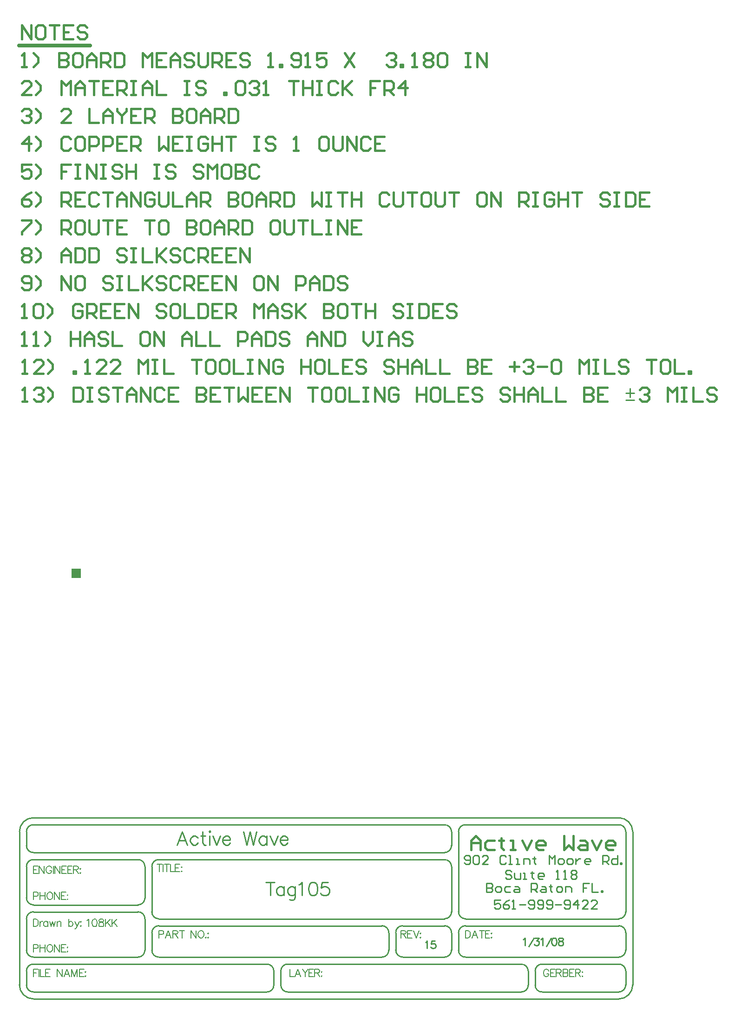
<source format=gbp>
%FSLAX24Y24*%
%MOIN*%
G70*
G01*
G75*
G04 Layer_Color=128*
%ADD10O,0.0240X0.0800*%
%ADD11R,0.0300X0.0300*%
%ADD12R,0.0360X0.0360*%
%ADD13R,0.0500X0.0360*%
%ADD14R,0.0360X0.0360*%
%ADD15R,0.0360X0.0500*%
%ADD16C,0.0400*%
%ADD17R,0.0200X0.0500*%
%ADD18R,0.0236X0.0236*%
%ADD19R,0.0300X0.0300*%
%ADD20R,0.0740X0.0450*%
%ADD21R,0.0748X0.0433*%
%ADD22O,0.0160X0.0600*%
%ADD23R,0.0236X0.1000*%
%ADD24R,0.0236X0.0900*%
%ADD25R,0.0700X0.0236*%
%ADD26R,0.0900X0.0236*%
%ADD27O,0.0160X0.0600*%
%ADD28R,0.0138X0.0354*%
%ADD29R,0.0250X0.0300*%
%ADD30R,0.0640X0.0440*%
%ADD31R,0.0492X0.1181*%
%ADD32R,0.1000X0.1000*%
%ADD33R,0.1000X0.1400*%
%ADD34R,0.1000X0.1300*%
%ADD35R,0.1000X0.1200*%
%ADD36R,0.0138X0.0354*%
%ADD37R,0.0100X0.0100*%
%ADD38R,0.2000X0.1000*%
%ADD39R,0.1600X0.1800*%
%ADD40C,0.0120*%
%ADD41C,0.0150*%
%ADD42C,0.0100*%
%ADD43C,0.0400*%
%ADD44C,0.0250*%
%ADD45C,0.0160*%
%ADD46C,0.0200*%
%ADD47C,0.0140*%
%ADD48C,0.0300*%
%ADD49C,0.0740*%
%ADD50C,0.0060*%
%ADD51C,0.0080*%
%ADD52C,0.0090*%
%ADD53C,0.0050*%
%ADD54R,0.0500X0.0500*%
%ADD55C,0.0700*%
%ADD56C,0.0620*%
%ADD57R,0.0620X0.0620*%
%ADD58C,0.1220*%
%ADD59C,0.1000*%
%ADD60C,0.1950*%
%ADD61C,0.0280*%
%ADD62R,0.0700X0.0700*%
D41*
X29335Y-7069D02*
Y-6403D01*
X29668Y-6069D01*
X30002Y-6403D01*
Y-7069D01*
Y-6569D01*
X29335D01*
X31001Y-6403D02*
X30502D01*
X30335Y-6569D01*
Y-6902D01*
X30502Y-7069D01*
X31001D01*
X31501Y-6236D02*
Y-6403D01*
X31335D01*
X31668D01*
X31501D01*
Y-6902D01*
X31668Y-7069D01*
X32168D02*
X32501D01*
X32334D01*
Y-6403D01*
X32168D01*
X33001D02*
X33334Y-7069D01*
X33667Y-6403D01*
X34500Y-7069D02*
X34167D01*
X34000Y-6902D01*
Y-6569D01*
X34167Y-6403D01*
X34500D01*
X34667Y-6569D01*
Y-6736D01*
X34000D01*
X36000Y-6069D02*
Y-7069D01*
X36333Y-6736D01*
X36666Y-7069D01*
Y-6069D01*
X37166Y-6403D02*
X37499D01*
X37666Y-6569D01*
Y-7069D01*
X37166D01*
X36999Y-6902D01*
X37166Y-6736D01*
X37666D01*
X37999Y-6403D02*
X38332Y-7069D01*
X38666Y-6403D01*
X39499Y-7069D02*
X39165D01*
X38999Y-6902D01*
Y-6569D01*
X39165Y-6403D01*
X39499D01*
X39665Y-6569D01*
Y-6736D01*
X38999D01*
X-2884Y25105D02*
X-2551D01*
X-2717D01*
Y26105D01*
X-2884Y25938D01*
X-2051D02*
X-1884Y26105D01*
X-1551D01*
X-1385Y25938D01*
Y25771D01*
X-1551Y25605D01*
X-1718D01*
X-1551D01*
X-1385Y25438D01*
Y25272D01*
X-1551Y25105D01*
X-1884D01*
X-2051Y25272D01*
X-1051Y25105D02*
X-718Y25438D01*
Y25771D01*
X-1051Y26105D01*
X781D02*
Y25105D01*
X1281D01*
X1448Y25272D01*
Y25938D01*
X1281Y26105D01*
X781D01*
X1781D02*
X2114D01*
X1948D01*
Y25105D01*
X1781D01*
X2114D01*
X3281Y25938D02*
X3114Y26105D01*
X2781D01*
X2614Y25938D01*
Y25771D01*
X2781Y25605D01*
X3114D01*
X3281Y25438D01*
Y25272D01*
X3114Y25105D01*
X2781D01*
X2614Y25272D01*
X3614Y26105D02*
X4280D01*
X3947D01*
Y25105D01*
X4614D02*
Y25771D01*
X4947Y26105D01*
X5280Y25771D01*
Y25105D01*
Y25605D01*
X4614D01*
X5613Y25105D02*
Y26105D01*
X6280Y25105D01*
Y26105D01*
X7279Y25938D02*
X7113Y26105D01*
X6780D01*
X6613Y25938D01*
Y25272D01*
X6780Y25105D01*
X7113D01*
X7279Y25272D01*
X8279Y26105D02*
X7613D01*
Y25105D01*
X8279D01*
X7613Y25605D02*
X7946D01*
X9612Y26105D02*
Y25105D01*
X10112D01*
X10278Y25272D01*
Y25438D01*
X10112Y25605D01*
X9612D01*
X10112D01*
X10278Y25771D01*
Y25938D01*
X10112Y26105D01*
X9612D01*
X11278D02*
X10612D01*
Y25105D01*
X11278D01*
X10612Y25605D02*
X10945D01*
X11611Y26105D02*
X12278D01*
X11945D01*
Y25105D01*
X12611Y26105D02*
Y25105D01*
X12944Y25438D01*
X13277Y25105D01*
Y26105D01*
X14277D02*
X13611D01*
Y25105D01*
X14277D01*
X13611Y25605D02*
X13944D01*
X15277Y26105D02*
X14610D01*
Y25105D01*
X15277D01*
X14610Y25605D02*
X14944D01*
X15610Y25105D02*
Y26105D01*
X16276Y25105D01*
Y26105D01*
X17609D02*
X18276D01*
X17943D01*
Y25105D01*
X19109Y26105D02*
X18776D01*
X18609Y25938D01*
Y25272D01*
X18776Y25105D01*
X19109D01*
X19275Y25272D01*
Y25938D01*
X19109Y26105D01*
X20109D02*
X19775D01*
X19609Y25938D01*
Y25272D01*
X19775Y25105D01*
X20109D01*
X20275Y25272D01*
Y25938D01*
X20109Y26105D01*
X20608D02*
Y25105D01*
X21275D01*
X21608Y26105D02*
X21941D01*
X21775D01*
Y25105D01*
X21608D01*
X21941D01*
X22441D02*
Y26105D01*
X23108Y25105D01*
Y26105D01*
X24107Y25938D02*
X23941Y26105D01*
X23607D01*
X23441Y25938D01*
Y25272D01*
X23607Y25105D01*
X23941D01*
X24107Y25272D01*
Y25605D01*
X23774D01*
X25440Y26105D02*
Y25105D01*
Y25605D01*
X26107D01*
Y26105D01*
Y25105D01*
X26940Y26105D02*
X26606D01*
X26440Y25938D01*
Y25272D01*
X26606Y25105D01*
X26940D01*
X27106Y25272D01*
Y25938D01*
X26940Y26105D01*
X27439D02*
Y25105D01*
X28106D01*
X29106Y26105D02*
X28439D01*
Y25105D01*
X29106D01*
X28439Y25605D02*
X28772D01*
X30105Y25938D02*
X29939Y26105D01*
X29605D01*
X29439Y25938D01*
Y25771D01*
X29605Y25605D01*
X29939D01*
X30105Y25438D01*
Y25272D01*
X29939Y25105D01*
X29605D01*
X29439Y25272D01*
X32105Y25938D02*
X31938Y26105D01*
X31605D01*
X31438Y25938D01*
Y25771D01*
X31605Y25605D01*
X31938D01*
X32105Y25438D01*
Y25272D01*
X31938Y25105D01*
X31605D01*
X31438Y25272D01*
X32438Y26105D02*
Y25105D01*
Y25605D01*
X33104D01*
Y26105D01*
Y25105D01*
X33438D02*
Y25771D01*
X33771Y26105D01*
X34104Y25771D01*
Y25105D01*
Y25605D01*
X33438D01*
X34437Y26105D02*
Y25105D01*
X35104D01*
X35437Y26105D02*
Y25105D01*
X36103D01*
X37436Y26105D02*
Y25105D01*
X37936D01*
X38103Y25272D01*
Y25438D01*
X37936Y25605D01*
X37436D01*
X37936D01*
X38103Y25771D01*
Y25938D01*
X37936Y26105D01*
X37436D01*
X39102D02*
X38436D01*
Y25105D01*
X39102D01*
X38436Y25605D02*
X38769D01*
X41435Y25938D02*
X41602Y26105D01*
X41935D01*
X42101Y25938D01*
Y25771D01*
X41935Y25605D01*
X41768D01*
X41935D01*
X42101Y25438D01*
Y25272D01*
X41935Y25105D01*
X41602D01*
X41435Y25272D01*
X43434Y25105D02*
Y26105D01*
X43768Y25771D01*
X44101Y26105D01*
Y25105D01*
X44434Y26105D02*
X44767D01*
X44601D01*
Y25105D01*
X44434D01*
X44767D01*
X45267Y26105D02*
Y25105D01*
X45934D01*
X46933Y25938D02*
X46767Y26105D01*
X46433D01*
X46267Y25938D01*
Y25771D01*
X46433Y25605D01*
X46767D01*
X46933Y25438D01*
Y25272D01*
X46767Y25105D01*
X46433D01*
X46267Y25272D01*
X-2894Y29085D02*
X-2561D01*
X-2727D01*
Y30085D01*
X-2894Y29918D01*
X-2061Y29085D02*
X-1728D01*
X-1894D01*
Y30085D01*
X-2061Y29918D01*
X-1228Y29085D02*
X-895Y29418D01*
Y29751D01*
X-1228Y30085D01*
X605D02*
Y29085D01*
Y29585D01*
X1271D01*
Y30085D01*
Y29085D01*
X1605D02*
Y29751D01*
X1938Y30085D01*
X2271Y29751D01*
Y29085D01*
Y29585D01*
X1605D01*
X3271Y29918D02*
X3104Y30085D01*
X2771D01*
X2604Y29918D01*
Y29751D01*
X2771Y29585D01*
X3104D01*
X3271Y29418D01*
Y29252D01*
X3104Y29085D01*
X2771D01*
X2604Y29252D01*
X3604Y30085D02*
Y29085D01*
X4270D01*
X6103Y30085D02*
X5770D01*
X5603Y29918D01*
Y29252D01*
X5770Y29085D01*
X6103D01*
X6270Y29252D01*
Y29918D01*
X6103Y30085D01*
X6603Y29085D02*
Y30085D01*
X7269Y29085D01*
Y30085D01*
X8602Y29085D02*
Y29751D01*
X8935Y30085D01*
X9269Y29751D01*
Y29085D01*
Y29585D01*
X8602D01*
X9602Y30085D02*
Y29085D01*
X10268D01*
X10602Y30085D02*
Y29085D01*
X11268D01*
X12601D02*
Y30085D01*
X13101D01*
X13267Y29918D01*
Y29585D01*
X13101Y29418D01*
X12601D01*
X13601Y29085D02*
Y29751D01*
X13934Y30085D01*
X14267Y29751D01*
Y29085D01*
Y29585D01*
X13601D01*
X14600Y30085D02*
Y29085D01*
X15100D01*
X15267Y29252D01*
Y29918D01*
X15100Y30085D01*
X14600D01*
X16266Y29918D02*
X16100Y30085D01*
X15767D01*
X15600Y29918D01*
Y29751D01*
X15767Y29585D01*
X16100D01*
X16266Y29418D01*
Y29252D01*
X16100Y29085D01*
X15767D01*
X15600Y29252D01*
X17599Y29085D02*
Y29751D01*
X17933Y30085D01*
X18266Y29751D01*
Y29085D01*
Y29585D01*
X17599D01*
X18599Y29085D02*
Y30085D01*
X19265Y29085D01*
Y30085D01*
X19599D02*
Y29085D01*
X20099D01*
X20265Y29252D01*
Y29918D01*
X20099Y30085D01*
X19599D01*
X21598D02*
Y29418D01*
X21931Y29085D01*
X22264Y29418D01*
Y30085D01*
X22598D02*
X22931D01*
X22764D01*
Y29085D01*
X22598D01*
X22931D01*
X23431D02*
Y29751D01*
X23764Y30085D01*
X24097Y29751D01*
Y29085D01*
Y29585D01*
X23431D01*
X25097Y29918D02*
X24930Y30085D01*
X24597D01*
X24430Y29918D01*
Y29751D01*
X24597Y29585D01*
X24930D01*
X25097Y29418D01*
Y29252D01*
X24930Y29085D01*
X24597D01*
X24430Y29252D01*
X-2228Y47085D02*
X-2894D01*
X-2228Y47751D01*
Y47918D01*
X-2394Y48085D01*
X-2727D01*
X-2894Y47918D01*
X-1894Y47085D02*
X-1561Y47418D01*
Y47751D01*
X-1894Y48085D01*
X-62Y47085D02*
Y48085D01*
X272Y47751D01*
X605Y48085D01*
Y47085D01*
X938D02*
Y47751D01*
X1271Y48085D01*
X1605Y47751D01*
Y47085D01*
Y47585D01*
X938D01*
X1938Y48085D02*
X2604D01*
X2271D01*
Y47085D01*
X3604Y48085D02*
X2937D01*
Y47085D01*
X3604D01*
X2937Y47585D02*
X3271D01*
X3937Y47085D02*
Y48085D01*
X4437D01*
X4604Y47918D01*
Y47585D01*
X4437Y47418D01*
X3937D01*
X4270D02*
X4604Y47085D01*
X4937Y48085D02*
X5270D01*
X5103D01*
Y47085D01*
X4937D01*
X5270D01*
X5770D02*
Y47751D01*
X6103Y48085D01*
X6436Y47751D01*
Y47085D01*
Y47585D01*
X5770D01*
X6769Y48085D02*
Y47085D01*
X7436D01*
X8769Y48085D02*
X9102D01*
X8935D01*
Y47085D01*
X8769D01*
X9102D01*
X10268Y47918D02*
X10102Y48085D01*
X9769D01*
X9602Y47918D01*
Y47751D01*
X9769Y47585D01*
X10102D01*
X10268Y47418D01*
Y47252D01*
X10102Y47085D01*
X9769D01*
X9602Y47252D01*
X11601Y47085D02*
Y47252D01*
X11768D01*
Y47085D01*
X11601D01*
X12434Y47918D02*
X12601Y48085D01*
X12934D01*
X13101Y47918D01*
Y47252D01*
X12934Y47085D01*
X12601D01*
X12434Y47252D01*
Y47918D01*
X13434D02*
X13601Y48085D01*
X13934D01*
X14100Y47918D01*
Y47751D01*
X13934Y47585D01*
X13767D01*
X13934D01*
X14100Y47418D01*
Y47252D01*
X13934Y47085D01*
X13601D01*
X13434Y47252D01*
X14434Y47085D02*
X14767D01*
X14600D01*
Y48085D01*
X14434Y47918D01*
X16266Y48085D02*
X16933D01*
X16600D01*
Y47085D01*
X17266Y48085D02*
Y47085D01*
Y47585D01*
X17933D01*
Y48085D01*
Y47085D01*
X18266Y48085D02*
X18599D01*
X18432D01*
Y47085D01*
X18266D01*
X18599D01*
X19765Y47918D02*
X19599Y48085D01*
X19265D01*
X19099Y47918D01*
Y47252D01*
X19265Y47085D01*
X19599D01*
X19765Y47252D01*
X20099Y48085D02*
Y47085D01*
Y47418D01*
X20765Y48085D01*
X20265Y47585D01*
X20765Y47085D01*
X22764Y48085D02*
X22098D01*
Y47585D01*
X22431D01*
X22098D01*
Y47085D01*
X23098D02*
Y48085D01*
X23597D01*
X23764Y47918D01*
Y47585D01*
X23597Y47418D01*
X23098D01*
X23431D02*
X23764Y47085D01*
X24597D02*
Y48085D01*
X24097Y47585D01*
X24764D01*
X-2894Y33252D02*
X-2727Y33085D01*
X-2394D01*
X-2228Y33252D01*
Y33918D01*
X-2394Y34085D01*
X-2727D01*
X-2894Y33918D01*
Y33751D01*
X-2727Y33585D01*
X-2228D01*
X-1894Y33085D02*
X-1561Y33418D01*
Y33751D01*
X-1894Y34085D01*
X-62Y33085D02*
Y34085D01*
X605Y33085D01*
Y34085D01*
X1438D02*
X1105D01*
X938Y33918D01*
Y33252D01*
X1105Y33085D01*
X1438D01*
X1605Y33252D01*
Y33918D01*
X1438Y34085D01*
X3604Y33918D02*
X3437Y34085D01*
X3104D01*
X2937Y33918D01*
Y33751D01*
X3104Y33585D01*
X3437D01*
X3604Y33418D01*
Y33252D01*
X3437Y33085D01*
X3104D01*
X2937Y33252D01*
X3937Y34085D02*
X4270D01*
X4104D01*
Y33085D01*
X3937D01*
X4270D01*
X4770Y34085D02*
Y33085D01*
X5437D01*
X5770Y34085D02*
Y33085D01*
Y33418D01*
X6436Y34085D01*
X5936Y33585D01*
X6436Y33085D01*
X7436Y33918D02*
X7269Y34085D01*
X6936D01*
X6769Y33918D01*
Y33751D01*
X6936Y33585D01*
X7269D01*
X7436Y33418D01*
Y33252D01*
X7269Y33085D01*
X6936D01*
X6769Y33252D01*
X8436Y33918D02*
X8269Y34085D01*
X7936D01*
X7769Y33918D01*
Y33252D01*
X7936Y33085D01*
X8269D01*
X8436Y33252D01*
X8769Y33085D02*
Y34085D01*
X9269D01*
X9435Y33918D01*
Y33585D01*
X9269Y33418D01*
X8769D01*
X9102D02*
X9435Y33085D01*
X10435Y34085D02*
X9769D01*
Y33085D01*
X10435D01*
X9769Y33585D02*
X10102D01*
X11435Y34085D02*
X10768D01*
Y33085D01*
X11435D01*
X10768Y33585D02*
X11101D01*
X11768Y33085D02*
Y34085D01*
X12434Y33085D01*
Y34085D01*
X14267D02*
X13934D01*
X13767Y33918D01*
Y33252D01*
X13934Y33085D01*
X14267D01*
X14434Y33252D01*
Y33918D01*
X14267Y34085D01*
X14767Y33085D02*
Y34085D01*
X15433Y33085D01*
Y34085D01*
X16766Y33085D02*
Y34085D01*
X17266D01*
X17433Y33918D01*
Y33585D01*
X17266Y33418D01*
X16766D01*
X17766Y33085D02*
Y33751D01*
X18099Y34085D01*
X18432Y33751D01*
Y33085D01*
Y33585D01*
X17766D01*
X18766Y34085D02*
Y33085D01*
X19265D01*
X19432Y33252D01*
Y33918D01*
X19265Y34085D01*
X18766D01*
X20432Y33918D02*
X20265Y34085D01*
X19932D01*
X19765Y33918D01*
Y33751D01*
X19932Y33585D01*
X20265D01*
X20432Y33418D01*
Y33252D01*
X20265Y33085D01*
X19932D01*
X19765Y33252D01*
X-2894Y35918D02*
X-2727Y36085D01*
X-2394D01*
X-2228Y35918D01*
Y35751D01*
X-2394Y35585D01*
X-2228Y35418D01*
Y35252D01*
X-2394Y35085D01*
X-2727D01*
X-2894Y35252D01*
Y35418D01*
X-2727Y35585D01*
X-2894Y35751D01*
Y35918D01*
X-2727Y35585D02*
X-2394D01*
X-1894Y35085D02*
X-1561Y35418D01*
Y35751D01*
X-1894Y36085D01*
X-62Y35085D02*
Y35751D01*
X272Y36085D01*
X605Y35751D01*
Y35085D01*
Y35585D01*
X-62D01*
X938Y36085D02*
Y35085D01*
X1438D01*
X1605Y35252D01*
Y35918D01*
X1438Y36085D01*
X938D01*
X1938D02*
Y35085D01*
X2438D01*
X2604Y35252D01*
Y35918D01*
X2438Y36085D01*
X1938D01*
X4604Y35918D02*
X4437Y36085D01*
X4104D01*
X3937Y35918D01*
Y35751D01*
X4104Y35585D01*
X4437D01*
X4604Y35418D01*
Y35252D01*
X4437Y35085D01*
X4104D01*
X3937Y35252D01*
X4937Y36085D02*
X5270D01*
X5103D01*
Y35085D01*
X4937D01*
X5270D01*
X5770Y36085D02*
Y35085D01*
X6436D01*
X6769Y36085D02*
Y35085D01*
Y35418D01*
X7436Y36085D01*
X6936Y35585D01*
X7436Y35085D01*
X8436Y35918D02*
X8269Y36085D01*
X7936D01*
X7769Y35918D01*
Y35751D01*
X7936Y35585D01*
X8269D01*
X8436Y35418D01*
Y35252D01*
X8269Y35085D01*
X7936D01*
X7769Y35252D01*
X9435Y35918D02*
X9269Y36085D01*
X8935D01*
X8769Y35918D01*
Y35252D01*
X8935Y35085D01*
X9269D01*
X9435Y35252D01*
X9769Y35085D02*
Y36085D01*
X10268D01*
X10435Y35918D01*
Y35585D01*
X10268Y35418D01*
X9769D01*
X10102D02*
X10435Y35085D01*
X11435Y36085D02*
X10768D01*
Y35085D01*
X11435D01*
X10768Y35585D02*
X11101D01*
X12434Y36085D02*
X11768D01*
Y35085D01*
X12434D01*
X11768Y35585D02*
X12101D01*
X12768Y35085D02*
Y36085D01*
X13434Y35085D01*
Y36085D01*
X-2894Y38085D02*
X-2228D01*
Y37918D01*
X-2894Y37252D01*
Y37085D01*
X-1894D02*
X-1561Y37418D01*
Y37751D01*
X-1894Y38085D01*
X-62Y37085D02*
Y38085D01*
X438D01*
X605Y37918D01*
Y37585D01*
X438Y37418D01*
X-62D01*
X272D02*
X605Y37085D01*
X1438Y38085D02*
X1105D01*
X938Y37918D01*
Y37252D01*
X1105Y37085D01*
X1438D01*
X1605Y37252D01*
Y37918D01*
X1438Y38085D01*
X1938D02*
Y37252D01*
X2104Y37085D01*
X2438D01*
X2604Y37252D01*
Y38085D01*
X2937D02*
X3604D01*
X3271D01*
Y37085D01*
X4604Y38085D02*
X3937D01*
Y37085D01*
X4604D01*
X3937Y37585D02*
X4270D01*
X5936Y38085D02*
X6603D01*
X6270D01*
Y37085D01*
X7436Y38085D02*
X7103D01*
X6936Y37918D01*
Y37252D01*
X7103Y37085D01*
X7436D01*
X7603Y37252D01*
Y37918D01*
X7436Y38085D01*
X8935D02*
Y37085D01*
X9435D01*
X9602Y37252D01*
Y37418D01*
X9435Y37585D01*
X8935D01*
X9435D01*
X9602Y37751D01*
Y37918D01*
X9435Y38085D01*
X8935D01*
X10435D02*
X10102D01*
X9935Y37918D01*
Y37252D01*
X10102Y37085D01*
X10435D01*
X10602Y37252D01*
Y37918D01*
X10435Y38085D01*
X10935Y37085D02*
Y37751D01*
X11268Y38085D01*
X11601Y37751D01*
Y37085D01*
Y37585D01*
X10935D01*
X11934Y37085D02*
Y38085D01*
X12434D01*
X12601Y37918D01*
Y37585D01*
X12434Y37418D01*
X11934D01*
X12268D02*
X12601Y37085D01*
X12934Y38085D02*
Y37085D01*
X13434D01*
X13601Y37252D01*
Y37918D01*
X13434Y38085D01*
X12934D01*
X15433D02*
X15100D01*
X14934Y37918D01*
Y37252D01*
X15100Y37085D01*
X15433D01*
X15600Y37252D01*
Y37918D01*
X15433Y38085D01*
X15933D02*
Y37252D01*
X16100Y37085D01*
X16433D01*
X16600Y37252D01*
Y38085D01*
X16933D02*
X17599D01*
X17266D01*
Y37085D01*
X17933Y38085D02*
Y37085D01*
X18599D01*
X18932Y38085D02*
X19265D01*
X19099D01*
Y37085D01*
X18932D01*
X19265D01*
X19765D02*
Y38085D01*
X20432Y37085D01*
Y38085D01*
X21431D02*
X20765D01*
Y37085D01*
X21431D01*
X20765Y37585D02*
X21098D01*
X-2228Y40085D02*
X-2561Y39918D01*
X-2894Y39585D01*
Y39252D01*
X-2727Y39085D01*
X-2394D01*
X-2228Y39252D01*
Y39418D01*
X-2394Y39585D01*
X-2894D01*
X-1894Y39085D02*
X-1561Y39418D01*
Y39751D01*
X-1894Y40085D01*
X-62Y39085D02*
Y40085D01*
X438D01*
X605Y39918D01*
Y39585D01*
X438Y39418D01*
X-62D01*
X272D02*
X605Y39085D01*
X1605Y40085D02*
X938D01*
Y39085D01*
X1605D01*
X938Y39585D02*
X1271D01*
X2604Y39918D02*
X2438Y40085D01*
X2104D01*
X1938Y39918D01*
Y39252D01*
X2104Y39085D01*
X2438D01*
X2604Y39252D01*
X2937Y40085D02*
X3604D01*
X3271D01*
Y39085D01*
X3937D02*
Y39751D01*
X4270Y40085D01*
X4604Y39751D01*
Y39085D01*
Y39585D01*
X3937D01*
X4937Y39085D02*
Y40085D01*
X5603Y39085D01*
Y40085D01*
X6603Y39918D02*
X6436Y40085D01*
X6103D01*
X5936Y39918D01*
Y39252D01*
X6103Y39085D01*
X6436D01*
X6603Y39252D01*
Y39585D01*
X6270D01*
X6936Y40085D02*
Y39252D01*
X7103Y39085D01*
X7436D01*
X7603Y39252D01*
Y40085D01*
X7936D02*
Y39085D01*
X8602D01*
X8935D02*
Y39751D01*
X9269Y40085D01*
X9602Y39751D01*
Y39085D01*
Y39585D01*
X8935D01*
X9935Y39085D02*
Y40085D01*
X10435D01*
X10602Y39918D01*
Y39585D01*
X10435Y39418D01*
X9935D01*
X10268D02*
X10602Y39085D01*
X11934Y40085D02*
Y39085D01*
X12434D01*
X12601Y39252D01*
Y39418D01*
X12434Y39585D01*
X11934D01*
X12434D01*
X12601Y39751D01*
Y39918D01*
X12434Y40085D01*
X11934D01*
X13434D02*
X13101D01*
X12934Y39918D01*
Y39252D01*
X13101Y39085D01*
X13434D01*
X13601Y39252D01*
Y39918D01*
X13434Y40085D01*
X13934Y39085D02*
Y39751D01*
X14267Y40085D01*
X14600Y39751D01*
Y39085D01*
Y39585D01*
X13934D01*
X14934Y39085D02*
Y40085D01*
X15433D01*
X15600Y39918D01*
Y39585D01*
X15433Y39418D01*
X14934D01*
X15267D02*
X15600Y39085D01*
X15933Y40085D02*
Y39085D01*
X16433D01*
X16600Y39252D01*
Y39918D01*
X16433Y40085D01*
X15933D01*
X17933D02*
Y39085D01*
X18266Y39418D01*
X18599Y39085D01*
Y40085D01*
X18932D02*
X19265D01*
X19099D01*
Y39085D01*
X18932D01*
X19265D01*
X19765Y40085D02*
X20432D01*
X20099D01*
Y39085D01*
X20765Y40085D02*
Y39085D01*
Y39585D01*
X21431D01*
Y40085D01*
Y39085D01*
X23431Y39918D02*
X23264Y40085D01*
X22931D01*
X22764Y39918D01*
Y39252D01*
X22931Y39085D01*
X23264D01*
X23431Y39252D01*
X23764Y40085D02*
Y39252D01*
X23931Y39085D01*
X24264D01*
X24430Y39252D01*
Y40085D01*
X24764D02*
X25430D01*
X25097D01*
Y39085D01*
X26263Y40085D02*
X25930D01*
X25763Y39918D01*
Y39252D01*
X25930Y39085D01*
X26263D01*
X26430Y39252D01*
Y39918D01*
X26263Y40085D01*
X26763D02*
Y39252D01*
X26930Y39085D01*
X27263D01*
X27429Y39252D01*
Y40085D01*
X27763D02*
X28429D01*
X28096D01*
Y39085D01*
X30262Y40085D02*
X29929D01*
X29762Y39918D01*
Y39252D01*
X29929Y39085D01*
X30262D01*
X30429Y39252D01*
Y39918D01*
X30262Y40085D01*
X30762Y39085D02*
Y40085D01*
X31428Y39085D01*
Y40085D01*
X32761Y39085D02*
Y40085D01*
X33261D01*
X33428Y39918D01*
Y39585D01*
X33261Y39418D01*
X32761D01*
X33094D02*
X33428Y39085D01*
X33761Y40085D02*
X34094D01*
X33927D01*
Y39085D01*
X33761D01*
X34094D01*
X35260Y39918D02*
X35094Y40085D01*
X34760D01*
X34594Y39918D01*
Y39252D01*
X34760Y39085D01*
X35094D01*
X35260Y39252D01*
Y39585D01*
X34927D01*
X35594Y40085D02*
Y39085D01*
Y39585D01*
X36260D01*
Y40085D01*
Y39085D01*
X36593Y40085D02*
X37260D01*
X36926D01*
Y39085D01*
X39259Y39918D02*
X39092Y40085D01*
X38759D01*
X38593Y39918D01*
Y39751D01*
X38759Y39585D01*
X39092D01*
X39259Y39418D01*
Y39252D01*
X39092Y39085D01*
X38759D01*
X38593Y39252D01*
X39592Y40085D02*
X39925D01*
X39759D01*
Y39085D01*
X39592D01*
X39925D01*
X40425Y40085D02*
Y39085D01*
X40925D01*
X41092Y39252D01*
Y39918D01*
X40925Y40085D01*
X40425D01*
X42091D02*
X41425D01*
Y39085D01*
X42091D01*
X41425Y39585D02*
X41758D01*
X-2228Y42085D02*
X-2894D01*
Y41585D01*
X-2561Y41751D01*
X-2394D01*
X-2228Y41585D01*
Y41252D01*
X-2394Y41085D01*
X-2727D01*
X-2894Y41252D01*
X-1894Y41085D02*
X-1561Y41418D01*
Y41751D01*
X-1894Y42085D01*
X605D02*
X-62D01*
Y41585D01*
X272D01*
X-62D01*
Y41085D01*
X938Y42085D02*
X1271D01*
X1105D01*
Y41085D01*
X938D01*
X1271D01*
X1771D02*
Y42085D01*
X2438Y41085D01*
Y42085D01*
X2771D02*
X3104D01*
X2937D01*
Y41085D01*
X2771D01*
X3104D01*
X4270Y41918D02*
X4104Y42085D01*
X3770D01*
X3604Y41918D01*
Y41751D01*
X3770Y41585D01*
X4104D01*
X4270Y41418D01*
Y41252D01*
X4104Y41085D01*
X3770D01*
X3604Y41252D01*
X4604Y42085D02*
Y41085D01*
Y41585D01*
X5270D01*
Y42085D01*
Y41085D01*
X6603Y42085D02*
X6936D01*
X6769D01*
Y41085D01*
X6603D01*
X6936D01*
X8102Y41918D02*
X7936Y42085D01*
X7603D01*
X7436Y41918D01*
Y41751D01*
X7603Y41585D01*
X7936D01*
X8102Y41418D01*
Y41252D01*
X7936Y41085D01*
X7603D01*
X7436Y41252D01*
X10102Y41918D02*
X9935Y42085D01*
X9602D01*
X9435Y41918D01*
Y41751D01*
X9602Y41585D01*
X9935D01*
X10102Y41418D01*
Y41252D01*
X9935Y41085D01*
X9602D01*
X9435Y41252D01*
X10435Y41085D02*
Y42085D01*
X10768Y41751D01*
X11101Y42085D01*
Y41085D01*
X11934Y42085D02*
X11601D01*
X11435Y41918D01*
Y41252D01*
X11601Y41085D01*
X11934D01*
X12101Y41252D01*
Y41918D01*
X11934Y42085D01*
X12434D02*
Y41085D01*
X12934D01*
X13101Y41252D01*
Y41418D01*
X12934Y41585D01*
X12434D01*
X12934D01*
X13101Y41751D01*
Y41918D01*
X12934Y42085D01*
X12434D01*
X14100Y41918D02*
X13934Y42085D01*
X13601D01*
X13434Y41918D01*
Y41252D01*
X13601Y41085D01*
X13934D01*
X14100Y41252D01*
X-2394Y43085D02*
Y44085D01*
X-2894Y43585D01*
X-2228D01*
X-1894Y43085D02*
X-1561Y43418D01*
Y43751D01*
X-1894Y44085D01*
X605Y43918D02*
X438Y44085D01*
X105D01*
X-62Y43918D01*
Y43252D01*
X105Y43085D01*
X438D01*
X605Y43252D01*
X1438Y44085D02*
X1105D01*
X938Y43918D01*
Y43252D01*
X1105Y43085D01*
X1438D01*
X1605Y43252D01*
Y43918D01*
X1438Y44085D01*
X1938Y43085D02*
Y44085D01*
X2438D01*
X2604Y43918D01*
Y43585D01*
X2438Y43418D01*
X1938D01*
X2937Y43085D02*
Y44085D01*
X3437D01*
X3604Y43918D01*
Y43585D01*
X3437Y43418D01*
X2937D01*
X4604Y44085D02*
X3937D01*
Y43085D01*
X4604D01*
X3937Y43585D02*
X4270D01*
X4937Y43085D02*
Y44085D01*
X5437D01*
X5603Y43918D01*
Y43585D01*
X5437Y43418D01*
X4937D01*
X5270D02*
X5603Y43085D01*
X6936Y44085D02*
Y43085D01*
X7269Y43418D01*
X7603Y43085D01*
Y44085D01*
X8602D02*
X7936D01*
Y43085D01*
X8602D01*
X7936Y43585D02*
X8269D01*
X8935Y44085D02*
X9269D01*
X9102D01*
Y43085D01*
X8935D01*
X9269D01*
X10435Y43918D02*
X10268Y44085D01*
X9935D01*
X9769Y43918D01*
Y43252D01*
X9935Y43085D01*
X10268D01*
X10435Y43252D01*
Y43585D01*
X10102D01*
X10768Y44085D02*
Y43085D01*
Y43585D01*
X11435D01*
Y44085D01*
Y43085D01*
X11768Y44085D02*
X12434D01*
X12101D01*
Y43085D01*
X13767Y44085D02*
X14100D01*
X13934D01*
Y43085D01*
X13767D01*
X14100D01*
X15267Y43918D02*
X15100Y44085D01*
X14767D01*
X14600Y43918D01*
Y43751D01*
X14767Y43585D01*
X15100D01*
X15267Y43418D01*
Y43252D01*
X15100Y43085D01*
X14767D01*
X14600Y43252D01*
X16600Y43085D02*
X16933D01*
X16766D01*
Y44085D01*
X16600Y43918D01*
X18932Y44085D02*
X18599D01*
X18432Y43918D01*
Y43252D01*
X18599Y43085D01*
X18932D01*
X19099Y43252D01*
Y43918D01*
X18932Y44085D01*
X19432D02*
Y43252D01*
X19599Y43085D01*
X19932D01*
X20099Y43252D01*
Y44085D01*
X20432Y43085D02*
Y44085D01*
X21098Y43085D01*
Y44085D01*
X22098Y43918D02*
X21931Y44085D01*
X21598D01*
X21431Y43918D01*
Y43252D01*
X21598Y43085D01*
X21931D01*
X22098Y43252D01*
X23098Y44085D02*
X22431D01*
Y43085D01*
X23098D01*
X22431Y43585D02*
X22764D01*
X-2894Y45918D02*
X-2727Y46085D01*
X-2394D01*
X-2228Y45918D01*
Y45751D01*
X-2394Y45585D01*
X-2561D01*
X-2394D01*
X-2228Y45418D01*
Y45252D01*
X-2394Y45085D01*
X-2727D01*
X-2894Y45252D01*
X-1894Y45085D02*
X-1561Y45418D01*
Y45751D01*
X-1894Y46085D01*
X605Y45085D02*
X-62D01*
X605Y45751D01*
Y45918D01*
X438Y46085D01*
X105D01*
X-62Y45918D01*
X1938Y46085D02*
Y45085D01*
X2604D01*
X2937D02*
Y45751D01*
X3271Y46085D01*
X3604Y45751D01*
Y45085D01*
Y45585D01*
X2937D01*
X3937Y46085D02*
Y45918D01*
X4270Y45585D01*
X4604Y45918D01*
Y46085D01*
X4270Y45585D02*
Y45085D01*
X5603Y46085D02*
X4937D01*
Y45085D01*
X5603D01*
X4937Y45585D02*
X5270D01*
X5936Y45085D02*
Y46085D01*
X6436D01*
X6603Y45918D01*
Y45585D01*
X6436Y45418D01*
X5936D01*
X6270D02*
X6603Y45085D01*
X7936Y46085D02*
Y45085D01*
X8436D01*
X8602Y45252D01*
Y45418D01*
X8436Y45585D01*
X7936D01*
X8436D01*
X8602Y45751D01*
Y45918D01*
X8436Y46085D01*
X7936D01*
X9435D02*
X9102D01*
X8935Y45918D01*
Y45252D01*
X9102Y45085D01*
X9435D01*
X9602Y45252D01*
Y45918D01*
X9435Y46085D01*
X9935Y45085D02*
Y45751D01*
X10268Y46085D01*
X10602Y45751D01*
Y45085D01*
Y45585D01*
X9935D01*
X10935Y45085D02*
Y46085D01*
X11435D01*
X11601Y45918D01*
Y45585D01*
X11435Y45418D01*
X10935D01*
X11268D02*
X11601Y45085D01*
X11935Y46085D02*
Y45085D01*
X12434D01*
X12601Y45252D01*
Y45918D01*
X12434Y46085D01*
X11935D01*
X-2894Y31085D02*
X-2561D01*
X-2727D01*
Y32085D01*
X-2894Y31918D01*
X-2061D02*
X-1894Y32085D01*
X-1561D01*
X-1395Y31918D01*
Y31252D01*
X-1561Y31085D01*
X-1894D01*
X-2061Y31252D01*
Y31918D01*
X-1061Y31085D02*
X-728Y31418D01*
Y31751D01*
X-1061Y32085D01*
X1438Y31918D02*
X1271Y32085D01*
X938D01*
X771Y31918D01*
Y31252D01*
X938Y31085D01*
X1271D01*
X1438Y31252D01*
Y31585D01*
X1105D01*
X1771Y31085D02*
Y32085D01*
X2271D01*
X2438Y31918D01*
Y31585D01*
X2271Y31418D01*
X1771D01*
X2104D02*
X2438Y31085D01*
X3437Y32085D02*
X2771D01*
Y31085D01*
X3437D01*
X2771Y31585D02*
X3104D01*
X4437Y32085D02*
X3770D01*
Y31085D01*
X4437D01*
X3770Y31585D02*
X4104D01*
X4770Y31085D02*
Y32085D01*
X5437Y31085D01*
Y32085D01*
X7436Y31918D02*
X7269Y32085D01*
X6936D01*
X6769Y31918D01*
Y31751D01*
X6936Y31585D01*
X7269D01*
X7436Y31418D01*
Y31252D01*
X7269Y31085D01*
X6936D01*
X6769Y31252D01*
X8269Y32085D02*
X7936D01*
X7769Y31918D01*
Y31252D01*
X7936Y31085D01*
X8269D01*
X8436Y31252D01*
Y31918D01*
X8269Y32085D01*
X8769D02*
Y31085D01*
X9435D01*
X9769Y32085D02*
Y31085D01*
X10268D01*
X10435Y31252D01*
Y31918D01*
X10268Y32085D01*
X9769D01*
X11435D02*
X10768D01*
Y31085D01*
X11435D01*
X10768Y31585D02*
X11101D01*
X11768Y31085D02*
Y32085D01*
X12268D01*
X12434Y31918D01*
Y31585D01*
X12268Y31418D01*
X11768D01*
X12101D02*
X12434Y31085D01*
X13767D02*
Y32085D01*
X14100Y31751D01*
X14434Y32085D01*
Y31085D01*
X14767D02*
Y31751D01*
X15100Y32085D01*
X15433Y31751D01*
Y31085D01*
Y31585D01*
X14767D01*
X16433Y31918D02*
X16266Y32085D01*
X15933D01*
X15767Y31918D01*
Y31751D01*
X15933Y31585D01*
X16266D01*
X16433Y31418D01*
Y31252D01*
X16266Y31085D01*
X15933D01*
X15767Y31252D01*
X16766Y32085D02*
Y31085D01*
Y31418D01*
X17433Y32085D01*
X16933Y31585D01*
X17433Y31085D01*
X18766Y32085D02*
Y31085D01*
X19265D01*
X19432Y31252D01*
Y31418D01*
X19265Y31585D01*
X18766D01*
X19265D01*
X19432Y31751D01*
Y31918D01*
X19265Y32085D01*
X18766D01*
X20265D02*
X19932D01*
X19765Y31918D01*
Y31252D01*
X19932Y31085D01*
X20265D01*
X20432Y31252D01*
Y31918D01*
X20265Y32085D01*
X20765D02*
X21431D01*
X21098D01*
Y31085D01*
X21765Y32085D02*
Y31085D01*
Y31585D01*
X22431D01*
Y32085D01*
Y31085D01*
X24430Y31918D02*
X24264Y32085D01*
X23931D01*
X23764Y31918D01*
Y31751D01*
X23931Y31585D01*
X24264D01*
X24430Y31418D01*
Y31252D01*
X24264Y31085D01*
X23931D01*
X23764Y31252D01*
X24764Y32085D02*
X25097D01*
X24930D01*
Y31085D01*
X24764D01*
X25097D01*
X25597Y32085D02*
Y31085D01*
X26097D01*
X26263Y31252D01*
Y31918D01*
X26097Y32085D01*
X25597D01*
X27263D02*
X26596D01*
Y31085D01*
X27263D01*
X26596Y31585D02*
X26930D01*
X28263Y31918D02*
X28096Y32085D01*
X27763D01*
X27596Y31918D01*
Y31751D01*
X27763Y31585D01*
X28096D01*
X28263Y31418D01*
Y31252D01*
X28096Y31085D01*
X27763D01*
X27596Y31252D01*
X-2894Y51085D02*
Y52085D01*
X-2228Y51085D01*
Y52085D01*
X-1395D02*
X-1728D01*
X-1894Y51918D01*
Y51252D01*
X-1728Y51085D01*
X-1395D01*
X-1228Y51252D01*
Y51918D01*
X-1395Y52085D01*
X-895D02*
X-228D01*
X-561D01*
Y51085D01*
X771Y52085D02*
X105D01*
Y51085D01*
X771D01*
X105Y51585D02*
X438D01*
X1771Y51918D02*
X1605Y52085D01*
X1271D01*
X1105Y51918D01*
Y51751D01*
X1271Y51585D01*
X1605D01*
X1771Y51418D01*
Y51252D01*
X1605Y51085D01*
X1271D01*
X1105Y51252D01*
X-2894Y49085D02*
X-2561D01*
X-2727D01*
Y50085D01*
X-2894Y49918D01*
X-2061Y49085D02*
X-1728Y49418D01*
Y49751D01*
X-2061Y50085D01*
X-228D02*
Y49085D01*
X272D01*
X438Y49252D01*
Y49418D01*
X272Y49585D01*
X-228D01*
X272D01*
X438Y49751D01*
Y49918D01*
X272Y50085D01*
X-228D01*
X1271D02*
X938D01*
X771Y49918D01*
Y49252D01*
X938Y49085D01*
X1271D01*
X1438Y49252D01*
Y49918D01*
X1271Y50085D01*
X1771Y49085D02*
Y49751D01*
X2104Y50085D01*
X2438Y49751D01*
Y49085D01*
Y49585D01*
X1771D01*
X2771Y49085D02*
Y50085D01*
X3271D01*
X3437Y49918D01*
Y49585D01*
X3271Y49418D01*
X2771D01*
X3104D02*
X3437Y49085D01*
X3770Y50085D02*
Y49085D01*
X4270D01*
X4437Y49252D01*
Y49918D01*
X4270Y50085D01*
X3770D01*
X5770Y49085D02*
Y50085D01*
X6103Y49751D01*
X6436Y50085D01*
Y49085D01*
X7436Y50085D02*
X6769D01*
Y49085D01*
X7436D01*
X6769Y49585D02*
X7103D01*
X7769Y49085D02*
Y49751D01*
X8102Y50085D01*
X8436Y49751D01*
Y49085D01*
Y49585D01*
X7769D01*
X9435Y49918D02*
X9269Y50085D01*
X8935D01*
X8769Y49918D01*
Y49751D01*
X8935Y49585D01*
X9269D01*
X9435Y49418D01*
Y49252D01*
X9269Y49085D01*
X8935D01*
X8769Y49252D01*
X9769Y50085D02*
Y49252D01*
X9935Y49085D01*
X10268D01*
X10435Y49252D01*
Y50085D01*
X10768Y49085D02*
Y50085D01*
X11268D01*
X11435Y49918D01*
Y49585D01*
X11268Y49418D01*
X10768D01*
X11101D02*
X11435Y49085D01*
X12434Y50085D02*
X11768D01*
Y49085D01*
X12434D01*
X11768Y49585D02*
X12101D01*
X13434Y49918D02*
X13267Y50085D01*
X12934D01*
X12768Y49918D01*
Y49751D01*
X12934Y49585D01*
X13267D01*
X13434Y49418D01*
Y49252D01*
X13267Y49085D01*
X12934D01*
X12768Y49252D01*
X14767Y49085D02*
X15100D01*
X14934D01*
Y50085D01*
X14767Y49918D01*
X15600Y49085D02*
Y49252D01*
X15767D01*
Y49085D01*
X15600D01*
X16433Y49252D02*
X16600Y49085D01*
X16933D01*
X17099Y49252D01*
Y49918D01*
X16933Y50085D01*
X16600D01*
X16433Y49918D01*
Y49751D01*
X16600Y49585D01*
X17099D01*
X17433Y49085D02*
X17766D01*
X17599D01*
Y50085D01*
X17433Y49918D01*
X18932Y50085D02*
X18266D01*
Y49585D01*
X18599Y49751D01*
X18766D01*
X18932Y49585D01*
Y49252D01*
X18766Y49085D01*
X18432D01*
X18266Y49252D01*
X20265Y50085D02*
X20932Y49085D01*
Y50085D02*
X20265Y49085D01*
X23264Y49918D02*
X23431Y50085D01*
X23764D01*
X23931Y49918D01*
Y49751D01*
X23764Y49585D01*
X23597D01*
X23764D01*
X23931Y49418D01*
Y49252D01*
X23764Y49085D01*
X23431D01*
X23264Y49252D01*
X24264Y49085D02*
Y49252D01*
X24430D01*
Y49085D01*
X24264D01*
X25097D02*
X25430D01*
X25264D01*
Y50085D01*
X25097Y49918D01*
X25930D02*
X26097Y50085D01*
X26430D01*
X26596Y49918D01*
Y49751D01*
X26430Y49585D01*
X26596Y49418D01*
Y49252D01*
X26430Y49085D01*
X26097D01*
X25930Y49252D01*
Y49418D01*
X26097Y49585D01*
X25930Y49751D01*
Y49918D01*
X26097Y49585D02*
X26430D01*
X26930Y49918D02*
X27096Y50085D01*
X27429D01*
X27596Y49918D01*
Y49252D01*
X27429Y49085D01*
X27096D01*
X26930Y49252D01*
Y49918D01*
X28929Y50085D02*
X29262D01*
X29096D01*
Y49085D01*
X28929D01*
X29262D01*
X29762D02*
Y50085D01*
X30429Y49085D01*
Y50085D01*
X-2884Y27095D02*
X-2551D01*
X-2717D01*
Y28095D01*
X-2884Y27928D01*
X-1385Y27095D02*
X-2051D01*
X-1385Y27761D01*
Y27928D01*
X-1551Y28095D01*
X-1884D01*
X-2051Y27928D01*
X-1051Y27095D02*
X-718Y27428D01*
Y27761D01*
X-1051Y28095D01*
X781Y27095D02*
Y27262D01*
X948D01*
Y27095D01*
X781D01*
X1615D02*
X1948D01*
X1781D01*
Y28095D01*
X1615Y27928D01*
X3114Y27095D02*
X2448D01*
X3114Y27761D01*
Y27928D01*
X2947Y28095D01*
X2614D01*
X2448Y27928D01*
X4114Y27095D02*
X3447D01*
X4114Y27761D01*
Y27928D01*
X3947Y28095D01*
X3614D01*
X3447Y27928D01*
X5447Y27095D02*
Y28095D01*
X5780Y27761D01*
X6113Y28095D01*
Y27095D01*
X6446Y28095D02*
X6780D01*
X6613D01*
Y27095D01*
X6446D01*
X6780D01*
X7279Y28095D02*
Y27095D01*
X7946D01*
X9279Y28095D02*
X9945D01*
X9612D01*
Y27095D01*
X10778Y28095D02*
X10445D01*
X10278Y27928D01*
Y27262D01*
X10445Y27095D01*
X10778D01*
X10945Y27262D01*
Y27928D01*
X10778Y28095D01*
X11778D02*
X11445D01*
X11278Y27928D01*
Y27262D01*
X11445Y27095D01*
X11778D01*
X11945Y27262D01*
Y27928D01*
X11778Y28095D01*
X12278D02*
Y27095D01*
X12944D01*
X13277Y28095D02*
X13611D01*
X13444D01*
Y27095D01*
X13277D01*
X13611D01*
X14110D02*
Y28095D01*
X14777Y27095D01*
Y28095D01*
X15777Y27928D02*
X15610Y28095D01*
X15277D01*
X15110Y27928D01*
Y27262D01*
X15277Y27095D01*
X15610D01*
X15777Y27262D01*
Y27595D01*
X15443D01*
X17110Y28095D02*
Y27095D01*
Y27595D01*
X17776D01*
Y28095D01*
Y27095D01*
X18609Y28095D02*
X18276D01*
X18109Y27928D01*
Y27262D01*
X18276Y27095D01*
X18609D01*
X18776Y27262D01*
Y27928D01*
X18609Y28095D01*
X19109D02*
Y27095D01*
X19775D01*
X20775Y28095D02*
X20109D01*
Y27095D01*
X20775D01*
X20109Y27595D02*
X20442D01*
X21775Y27928D02*
X21608Y28095D01*
X21275D01*
X21108Y27928D01*
Y27761D01*
X21275Y27595D01*
X21608D01*
X21775Y27428D01*
Y27262D01*
X21608Y27095D01*
X21275D01*
X21108Y27262D01*
X23774Y27928D02*
X23607Y28095D01*
X23274D01*
X23108Y27928D01*
Y27761D01*
X23274Y27595D01*
X23607D01*
X23774Y27428D01*
Y27262D01*
X23607Y27095D01*
X23274D01*
X23108Y27262D01*
X24107Y28095D02*
Y27095D01*
Y27595D01*
X24774D01*
Y28095D01*
Y27095D01*
X25107D02*
Y27761D01*
X25440Y28095D01*
X25773Y27761D01*
Y27095D01*
Y27595D01*
X25107D01*
X26107Y28095D02*
Y27095D01*
X26773D01*
X27106Y28095D02*
Y27095D01*
X27773D01*
X29106Y28095D02*
Y27095D01*
X29605D01*
X29772Y27262D01*
Y27428D01*
X29605Y27595D01*
X29106D01*
X29605D01*
X29772Y27761D01*
Y27928D01*
X29605Y28095D01*
X29106D01*
X30772D02*
X30105D01*
Y27095D01*
X30772D01*
X30105Y27595D02*
X30439D01*
X32105D02*
X32771D01*
X32438Y27928D02*
Y27262D01*
X33104Y27928D02*
X33271Y28095D01*
X33604D01*
X33771Y27928D01*
Y27761D01*
X33604Y27595D01*
X33438D01*
X33604D01*
X33771Y27428D01*
Y27262D01*
X33604Y27095D01*
X33271D01*
X33104Y27262D01*
X34104Y27595D02*
X34770D01*
X35104Y27928D02*
X35270Y28095D01*
X35604D01*
X35770Y27928D01*
Y27262D01*
X35604Y27095D01*
X35270D01*
X35104Y27262D01*
Y27928D01*
X37103Y27095D02*
Y28095D01*
X37436Y27761D01*
X37769Y28095D01*
Y27095D01*
X38103Y28095D02*
X38436D01*
X38269D01*
Y27095D01*
X38103D01*
X38436D01*
X38936Y28095D02*
Y27095D01*
X39602D01*
X40602Y27928D02*
X40435Y28095D01*
X40102D01*
X39935Y27928D01*
Y27761D01*
X40102Y27595D01*
X40435D01*
X40602Y27428D01*
Y27262D01*
X40435Y27095D01*
X40102D01*
X39935Y27262D01*
X41935Y28095D02*
X42601D01*
X42268D01*
Y27095D01*
X43434Y28095D02*
X43101D01*
X42934Y27928D01*
Y27262D01*
X43101Y27095D01*
X43434D01*
X43601Y27262D01*
Y27928D01*
X43434Y28095D01*
X43934D02*
Y27095D01*
X44601D01*
X44934D02*
Y27262D01*
X45100D01*
Y27095D01*
X44934D01*
D42*
X15169Y-15772D02*
G03*
X14669Y-15272I-500J0D01*
G01*
X14681Y-17272D02*
G03*
X15169Y-16775I8J480D01*
G01*
X16169Y-15272D02*
G03*
X15669Y-15772I0J-500D01*
G01*
Y-16772D02*
G03*
X16160Y-17272I500J0D01*
G01*
X33419Y-15772D02*
G03*
X32919Y-15272I-500J0D01*
G01*
X32931Y-17272D02*
G03*
X33419Y-16775I8J480D01*
G01*
X33919Y-16782D02*
G03*
X34418Y-17272I490J0D01*
G01*
X34419Y-15272D02*
G03*
X33919Y-15772I0J-500D01*
G01*
X5919Y-8262D02*
G03*
X5429Y-7772I-490J0D01*
G01*
X5439Y-11022D02*
G03*
X5919Y-10542I0J480D01*
G01*
Y-12012D02*
G03*
X5412Y-11522I-490J0D01*
G01*
X6419Y-11532D02*
G03*
X6909Y-12022I490J0D01*
G01*
X6419Y-14282D02*
G03*
X6909Y-14772I490J0D01*
G01*
X5429D02*
G03*
X5919Y-14282I0J490D01*
G01*
X23419Y-13012D02*
G03*
X22929Y-12522I-490J0D01*
G01*
Y-14772D02*
G03*
X23419Y-14273I0J490D01*
G01*
X23919Y-14262D02*
G03*
X24420Y-14772I510J0D01*
G01*
X24399Y-12522D02*
G03*
X23920Y-13027I0J-480D01*
G01*
X6919Y-12522D02*
G03*
X6419Y-13022I0J-500D01*
G01*
X6919Y-7772D02*
G03*
X6419Y-8272I0J-500D01*
G01*
X-2581Y-14272D02*
G03*
X-2090Y-14772I500J0D01*
G01*
X-2081Y-11522D02*
G03*
X-2581Y-12022I0J-500D01*
G01*
Y-10522D02*
G03*
X-2081Y-11022I500J0D01*
G01*
Y-7772D02*
G03*
X-2581Y-8272I0J-500D01*
G01*
Y-6772D02*
G03*
X-2081Y-7272I500J0D01*
G01*
Y-5272D02*
G03*
X-2581Y-5772I0J-500D01*
G01*
X27919D02*
G03*
X27419Y-5272I-500J0D01*
G01*
X28919D02*
G03*
X28419Y-5772I0J-500D01*
G01*
X27419Y-7272D02*
G03*
X27919Y-6772I0J500D01*
G01*
Y-8272D02*
G03*
X27419Y-7772I-500J0D01*
G01*
X-2081Y-15272D02*
G03*
X-2581Y-15772I0J-500D01*
G01*
X27428Y-12022D02*
G03*
X27919Y-11522I-9J500D01*
G01*
X-2581Y-16772D02*
G03*
X-2090Y-17272I500J0D01*
G01*
X27919Y-13012D02*
G03*
X27429Y-12522I-490J0D01*
G01*
X28419Y-14282D02*
G03*
X28918Y-14772I490J0D01*
G01*
X27419Y-14772D02*
G03*
X27919Y-14272I0J500D01*
G01*
X39919Y-17272D02*
G03*
X40419Y-16772I0J500D01*
G01*
X40419Y-15763D02*
G03*
X39919Y-15272I-500J-9D01*
G01*
Y-14772D02*
G03*
X40419Y-14272I0J500D01*
G01*
Y-5762D02*
G03*
X39912Y-5272I-490J0D01*
G01*
X40919Y-5772D02*
G03*
X39919Y-4772I-1000J0D01*
G01*
Y-17772D02*
G03*
X40919Y-16772I0J1000D01*
G01*
X-3081Y-16762D02*
G03*
X-2088Y-17772I1010J0D01*
G01*
X-2081Y-4772D02*
G03*
X-3081Y-5772I0J-1000D01*
G01*
X28419Y-11522D02*
G03*
X28919Y-12022I500J0D01*
G01*
X39919D02*
G03*
X40419Y-11522I0J500D01*
G01*
X28919Y-12522D02*
G03*
X28419Y-13022I0J-500D01*
G01*
X40419Y-13012D02*
G03*
X39929Y-12522I-490J0D01*
G01*
X16169Y-17272D02*
X32919D01*
X-2081D02*
X14669D01*
X-2081Y-15272D02*
X14669D01*
X16169D02*
X32919D01*
X34419Y-17272D02*
X39919D01*
X34419Y-15272D02*
X39919D01*
X-2081Y-5272D02*
X27419D01*
X-2081Y-17772D02*
X39919D01*
X-2081Y-4772D02*
X39919D01*
X-2081Y-14772D02*
X5419D01*
X-2081Y-11522D02*
X5419D01*
X-2081Y-11022D02*
X5419D01*
X-2081Y-7772D02*
X5419D01*
X-2081Y-7272D02*
X27419D01*
X6919Y-7772D02*
X27419D01*
X6919Y-12522D02*
X22919D01*
X6919Y-14772D02*
X22919D01*
X24419D02*
X27419D01*
X24419Y-12522D02*
X27419D01*
X28919Y-14772D02*
X39919D01*
X28919Y-5272D02*
X39919D01*
X6919Y-12022D02*
X27419D01*
X28919D02*
X39919D01*
X28919Y-12522D02*
X39919D01*
X15169Y-16772D02*
Y-15772D01*
X15669Y-16772D02*
Y-15772D01*
X33419Y-16772D02*
Y-15772D01*
X33919Y-16772D02*
Y-15772D01*
X40919Y-16772D02*
Y-5772D01*
X-2581Y-14272D02*
Y-12022D01*
X5919Y-14272D02*
Y-12022D01*
X-2581Y-10522D02*
Y-8272D01*
X5919Y-10522D02*
Y-8272D01*
X-2581Y-6772D02*
Y-5772D01*
X27919Y-6772D02*
Y-5772D01*
Y-11522D02*
Y-8272D01*
X6419Y-11522D02*
Y-8272D01*
X23419Y-14272D02*
Y-13022D01*
X6419Y-14272D02*
Y-13022D01*
X23919Y-14272D02*
Y-13022D01*
X27919Y-14272D02*
Y-13022D01*
X40419Y-16772D02*
Y-15772D01*
X-2581Y-16772D02*
Y-15772D01*
X-3081Y-16772D02*
Y-5772D01*
X28419Y-11522D02*
Y-5772D01*
X40419Y-11522D02*
Y-5772D01*
X28419Y-14272D02*
Y-13022D01*
X40419Y-14272D02*
Y-13012D01*
X30435Y-9479D02*
Y-10119D01*
X30755D01*
X30862Y-10012D01*
Y-9906D01*
X30755Y-9799D01*
X30435D01*
X30755D01*
X30862Y-9692D01*
Y-9586D01*
X30755Y-9479D01*
X30435D01*
X31182Y-10119D02*
X31395D01*
X31502Y-10012D01*
Y-9799D01*
X31395Y-9692D01*
X31182D01*
X31075Y-9799D01*
Y-10012D01*
X31182Y-10119D01*
X32141Y-9692D02*
X31821D01*
X31715Y-9799D01*
Y-10012D01*
X31821Y-10119D01*
X32141D01*
X32461Y-9692D02*
X32675D01*
X32781Y-9799D01*
Y-10119D01*
X32461D01*
X32355Y-10012D01*
X32461Y-9906D01*
X32781D01*
X33634Y-10119D02*
Y-9479D01*
X33954D01*
X34061Y-9586D01*
Y-9799D01*
X33954Y-9906D01*
X33634D01*
X33847D02*
X34061Y-10119D01*
X34381Y-9692D02*
X34594D01*
X34701Y-9799D01*
Y-10119D01*
X34381D01*
X34274Y-10012D01*
X34381Y-9906D01*
X34701D01*
X35020Y-9586D02*
Y-9692D01*
X34914D01*
X35127D01*
X35020D01*
Y-10012D01*
X35127Y-10119D01*
X35554D02*
X35767D01*
X35873Y-10012D01*
Y-9799D01*
X35767Y-9692D01*
X35554D01*
X35447Y-9799D01*
Y-10012D01*
X35554Y-10119D01*
X36087D02*
Y-9692D01*
X36407D01*
X36513Y-9799D01*
Y-10119D01*
X37793Y-9479D02*
X37366D01*
Y-9799D01*
X37580D01*
X37366D01*
Y-10119D01*
X38006Y-9479D02*
Y-10119D01*
X38433D01*
X38646D02*
Y-10012D01*
X38753D01*
Y-10119D01*
X38646D01*
X28835Y-8012D02*
X28942Y-8119D01*
X29155D01*
X29262Y-8012D01*
Y-7586D01*
X29155Y-7479D01*
X28942D01*
X28835Y-7586D01*
Y-7692D01*
X28942Y-7799D01*
X29262D01*
X29475Y-7586D02*
X29582Y-7479D01*
X29795D01*
X29902Y-7586D01*
Y-8012D01*
X29795Y-8119D01*
X29582D01*
X29475Y-8012D01*
Y-7586D01*
X30541Y-8119D02*
X30115D01*
X30541Y-7692D01*
Y-7586D01*
X30435Y-7479D01*
X30221D01*
X30115Y-7586D01*
X31821D02*
X31714Y-7479D01*
X31501D01*
X31394Y-7586D01*
Y-8012D01*
X31501Y-8119D01*
X31714D01*
X31821Y-8012D01*
X32034Y-8119D02*
X32247D01*
X32141D01*
Y-7479D01*
X32034D01*
X32567Y-8119D02*
X32781D01*
X32674D01*
Y-7692D01*
X32567D01*
X33101Y-8119D02*
Y-7692D01*
X33420D01*
X33527Y-7799D01*
Y-8119D01*
X33847Y-7586D02*
Y-7692D01*
X33740D01*
X33954D01*
X33847D01*
Y-8012D01*
X33954Y-8119D01*
X34913D02*
Y-7479D01*
X35127Y-7692D01*
X35340Y-7479D01*
Y-8119D01*
X35660D02*
X35873D01*
X35980Y-8012D01*
Y-7799D01*
X35873Y-7692D01*
X35660D01*
X35553Y-7799D01*
Y-8012D01*
X35660Y-8119D01*
X36299D02*
X36513D01*
X36619Y-8012D01*
Y-7799D01*
X36513Y-7692D01*
X36299D01*
X36193Y-7799D01*
Y-8012D01*
X36299Y-8119D01*
X36833Y-7692D02*
Y-8119D01*
Y-7906D01*
X36939Y-7799D01*
X37046Y-7692D01*
X37153D01*
X37792Y-8119D02*
X37579D01*
X37472Y-8012D01*
Y-7799D01*
X37579Y-7692D01*
X37792D01*
X37899Y-7799D01*
Y-7906D01*
X37472D01*
X38752Y-8119D02*
Y-7479D01*
X39072D01*
X39179Y-7586D01*
Y-7799D01*
X39072Y-7906D01*
X38752D01*
X38965D02*
X39179Y-8119D01*
X39818Y-7479D02*
Y-8119D01*
X39498D01*
X39392Y-8012D01*
Y-7799D01*
X39498Y-7692D01*
X39818D01*
X40032Y-8119D02*
Y-8012D01*
X40138D01*
Y-8119D01*
X40032D01*
X31412Y-10679D02*
X30985D01*
Y-10999D01*
X31198Y-10892D01*
X31305D01*
X31412Y-10999D01*
Y-11212D01*
X31305Y-11319D01*
X31092D01*
X30985Y-11212D01*
X32052Y-10679D02*
X31838Y-10786D01*
X31625Y-10999D01*
Y-11212D01*
X31732Y-11319D01*
X31945D01*
X32052Y-11212D01*
Y-11106D01*
X31945Y-10999D01*
X31625D01*
X32265Y-11319D02*
X32478D01*
X32371D01*
Y-10679D01*
X32265Y-10786D01*
X32798Y-10999D02*
X33224D01*
X33438Y-11212D02*
X33544Y-11319D01*
X33758D01*
X33864Y-11212D01*
Y-10786D01*
X33758Y-10679D01*
X33544D01*
X33438Y-10786D01*
Y-10892D01*
X33544Y-10999D01*
X33864D01*
X34078Y-11212D02*
X34184Y-11319D01*
X34397D01*
X34504Y-11212D01*
Y-10786D01*
X34397Y-10679D01*
X34184D01*
X34078Y-10786D01*
Y-10892D01*
X34184Y-10999D01*
X34504D01*
X34717Y-11212D02*
X34824Y-11319D01*
X35037D01*
X35144Y-11212D01*
Y-10786D01*
X35037Y-10679D01*
X34824D01*
X34717Y-10786D01*
Y-10892D01*
X34824Y-10999D01*
X35144D01*
X35357D02*
X35784D01*
X35997Y-11212D02*
X36104Y-11319D01*
X36317D01*
X36423Y-11212D01*
Y-10786D01*
X36317Y-10679D01*
X36104D01*
X35997Y-10786D01*
Y-10892D01*
X36104Y-10999D01*
X36423D01*
X36957Y-11319D02*
Y-10679D01*
X36637Y-10999D01*
X37063D01*
X37703Y-11319D02*
X37277D01*
X37703Y-10892D01*
Y-10786D01*
X37596Y-10679D01*
X37383D01*
X37277Y-10786D01*
X38343Y-11319D02*
X37916D01*
X38343Y-10892D01*
Y-10786D01*
X38236Y-10679D01*
X38023D01*
X37916Y-10786D01*
X32212Y-8636D02*
X32105Y-8529D01*
X31892D01*
X31785Y-8636D01*
Y-8742D01*
X31892Y-8849D01*
X32105D01*
X32212Y-8956D01*
Y-9062D01*
X32105Y-9169D01*
X31892D01*
X31785Y-9062D01*
X32425Y-8742D02*
Y-9062D01*
X32532Y-9169D01*
X32852D01*
Y-8742D01*
X33065Y-9169D02*
X33278D01*
X33171D01*
Y-8742D01*
X33065D01*
X33705Y-8636D02*
Y-8742D01*
X33598D01*
X33811D01*
X33705D01*
Y-9062D01*
X33811Y-9169D01*
X34451D02*
X34238D01*
X34131Y-9062D01*
Y-8849D01*
X34238Y-8742D01*
X34451D01*
X34558Y-8849D01*
Y-8956D01*
X34131D01*
X35411Y-9169D02*
X35624D01*
X35517D01*
Y-8529D01*
X35411Y-8636D01*
X35944Y-9169D02*
X36157D01*
X36051D01*
Y-8529D01*
X35944Y-8636D01*
X36477D02*
X36584Y-8529D01*
X36797D01*
X36904Y-8636D01*
Y-8742D01*
X36797Y-8849D01*
X36904Y-8956D01*
Y-9062D01*
X36797Y-9169D01*
X36584D01*
X36477Y-9062D01*
Y-8956D01*
X36584Y-8849D01*
X36477Y-8742D01*
Y-8636D01*
X36584Y-8849D02*
X36797D01*
X40410Y25190D02*
X41030D01*
X40720Y25390D02*
Y26030D01*
X40410Y25710D02*
X41030D01*
D44*
X-3094Y50635D02*
X2006D01*
D51*
X1749Y-12151D02*
X1800Y-12125D01*
X1876Y-12049D01*
Y-12582D01*
X2292Y-12049D02*
X2216Y-12075D01*
X2165Y-12151D01*
X2140Y-12278D01*
Y-12354D01*
X2165Y-12481D01*
X2216Y-12557D01*
X2292Y-12582D01*
X2343D01*
X2419Y-12557D01*
X2470Y-12481D01*
X2495Y-12354D01*
Y-12278D01*
X2470Y-12151D01*
X2419Y-12075D01*
X2343Y-12049D01*
X2292D01*
X2742D02*
X2665Y-12075D01*
X2640Y-12125D01*
Y-12176D01*
X2665Y-12227D01*
X2716Y-12252D01*
X2818Y-12278D01*
X2894Y-12303D01*
X2945Y-12354D01*
X2970Y-12405D01*
Y-12481D01*
X2945Y-12532D01*
X2919Y-12557D01*
X2843Y-12582D01*
X2742D01*
X2665Y-12557D01*
X2640Y-12532D01*
X2615Y-12481D01*
Y-12405D01*
X2640Y-12354D01*
X2691Y-12303D01*
X2767Y-12278D01*
X2869Y-12252D01*
X2919Y-12227D01*
X2945Y-12176D01*
Y-12125D01*
X2919Y-12075D01*
X2843Y-12049D01*
X2742D01*
X3090D02*
Y-12582D01*
X3445Y-12049D02*
X3090Y-12405D01*
X3216Y-12278D02*
X3445Y-12582D01*
X3564Y-12049D02*
Y-12582D01*
X3920Y-12049D02*
X3564Y-12405D01*
X3691Y-12278D02*
X3920Y-12582D01*
D52*
X14920Y-9390D02*
Y-10350D01*
X14600Y-9390D02*
X15240D01*
X15903Y-9710D02*
Y-10350D01*
Y-9847D02*
X15811Y-9756D01*
X15720Y-9710D01*
X15583D01*
X15491Y-9756D01*
X15400Y-9847D01*
X15354Y-9984D01*
Y-10076D01*
X15400Y-10213D01*
X15491Y-10304D01*
X15583Y-10350D01*
X15720D01*
X15811Y-10304D01*
X15903Y-10213D01*
X16707Y-9710D02*
Y-10441D01*
X16661Y-10579D01*
X16616Y-10624D01*
X16524Y-10670D01*
X16387D01*
X16296Y-10624D01*
X16707Y-9847D02*
X16616Y-9756D01*
X16524Y-9710D01*
X16387D01*
X16296Y-9756D01*
X16204Y-9847D01*
X16159Y-9984D01*
Y-10076D01*
X16204Y-10213D01*
X16296Y-10304D01*
X16387Y-10350D01*
X16524D01*
X16616Y-10304D01*
X16707Y-10213D01*
X16963Y-9573D02*
X17054Y-9527D01*
X17191Y-9390D01*
Y-10350D01*
X17941Y-9390D02*
X17804Y-9436D01*
X17712Y-9573D01*
X17667Y-9802D01*
Y-9939D01*
X17712Y-10167D01*
X17804Y-10304D01*
X17941Y-10350D01*
X18032D01*
X18170Y-10304D01*
X18261Y-10167D01*
X18307Y-9939D01*
Y-9802D01*
X18261Y-9573D01*
X18170Y-9436D01*
X18032Y-9390D01*
X17941D01*
X19070D02*
X18613D01*
X18567Y-9802D01*
X18613Y-9756D01*
X18750Y-9710D01*
X18887D01*
X19024Y-9756D01*
X19116Y-9847D01*
X19161Y-9984D01*
Y-10076D01*
X19116Y-10213D01*
X19024Y-10304D01*
X18887Y-10350D01*
X18750D01*
X18613Y-10304D01*
X18567Y-10259D01*
X18521Y-10167D01*
X8950Y-6722D02*
X8585Y-5762D01*
X8219Y-6722D01*
X8356Y-6402D02*
X8813D01*
X9723Y-6219D02*
X9631Y-6128D01*
X9540Y-6082D01*
X9403D01*
X9312Y-6128D01*
X9220Y-6219D01*
X9174Y-6356D01*
Y-6448D01*
X9220Y-6585D01*
X9312Y-6676D01*
X9403Y-6722D01*
X9540D01*
X9631Y-6676D01*
X9723Y-6585D01*
X10066Y-5762D02*
Y-6539D01*
X10111Y-6676D01*
X10203Y-6722D01*
X10294D01*
X9929Y-6082D02*
X10248D01*
X10523Y-5762D02*
X10568Y-5808D01*
X10614Y-5762D01*
X10568Y-5716D01*
X10523Y-5762D01*
X10568Y-6082D02*
Y-6722D01*
X10783Y-6082D02*
X11057Y-6722D01*
X11332Y-6082D02*
X11057Y-6722D01*
X11487Y-6356D02*
X12036D01*
Y-6265D01*
X11990Y-6173D01*
X11944Y-6128D01*
X11853Y-6082D01*
X11716D01*
X11624Y-6128D01*
X11533Y-6219D01*
X11487Y-6356D01*
Y-6448D01*
X11533Y-6585D01*
X11624Y-6676D01*
X11716Y-6722D01*
X11853D01*
X11944Y-6676D01*
X12036Y-6585D01*
X12995Y-5762D02*
X13224Y-6722D01*
X13452Y-5762D02*
X13224Y-6722D01*
X13452Y-5762D02*
X13681Y-6722D01*
X13909Y-5762D02*
X13681Y-6722D01*
X14650Y-6082D02*
Y-6722D01*
Y-6219D02*
X14558Y-6128D01*
X14467Y-6082D01*
X14330D01*
X14238Y-6128D01*
X14147Y-6219D01*
X14101Y-6356D01*
Y-6448D01*
X14147Y-6585D01*
X14238Y-6676D01*
X14330Y-6722D01*
X14467D01*
X14558Y-6676D01*
X14650Y-6585D01*
X14906Y-6082D02*
X15180Y-6722D01*
X15454Y-6082D02*
X15180Y-6722D01*
X15610Y-6356D02*
X16158D01*
Y-6265D01*
X16112Y-6173D01*
X16067Y-6128D01*
X15975Y-6082D01*
X15838D01*
X15747Y-6128D01*
X15655Y-6219D01*
X15610Y-6356D01*
Y-6448D01*
X15655Y-6585D01*
X15747Y-6676D01*
X15838Y-6722D01*
X15975D01*
X16067Y-6676D01*
X16158Y-6585D01*
X26044Y-13715D02*
X26095Y-13690D01*
X26171Y-13614D01*
Y-14147D01*
X26740Y-13614D02*
X26486D01*
X26461Y-13842D01*
X26486Y-13817D01*
X26562Y-13791D01*
X26638D01*
X26715Y-13817D01*
X26765Y-13867D01*
X26791Y-13944D01*
Y-13994D01*
X26765Y-14071D01*
X26715Y-14121D01*
X26638Y-14147D01*
X26562D01*
X26486Y-14121D01*
X26461Y-14096D01*
X26435Y-14045D01*
X33067Y-13495D02*
X33118Y-13469D01*
X33194Y-13393D01*
Y-13926D01*
X33458Y-14003D02*
X33813Y-13393D01*
X33900D02*
X34179D01*
X34027Y-13596D01*
X34103D01*
X34154Y-13622D01*
X34179Y-13647D01*
X34204Y-13723D01*
Y-13774D01*
X34179Y-13850D01*
X34128Y-13901D01*
X34052Y-13926D01*
X33976D01*
X33900Y-13901D01*
X33874Y-13876D01*
X33849Y-13825D01*
X34324Y-13495D02*
X34375Y-13469D01*
X34451Y-13393D01*
Y-13926D01*
X34715Y-14003D02*
X35070Y-13393D01*
X35258D02*
X35182Y-13419D01*
X35131Y-13495D01*
X35106Y-13622D01*
Y-13698D01*
X35131Y-13825D01*
X35182Y-13901D01*
X35258Y-13926D01*
X35309D01*
X35385Y-13901D01*
X35436Y-13825D01*
X35461Y-13698D01*
Y-13622D01*
X35436Y-13495D01*
X35385Y-13419D01*
X35309Y-13393D01*
X35258D01*
X35708D02*
X35631Y-13419D01*
X35606Y-13469D01*
Y-13520D01*
X35631Y-13571D01*
X35682Y-13596D01*
X35784Y-13622D01*
X35860Y-13647D01*
X35911Y-13698D01*
X35936Y-13749D01*
Y-13825D01*
X35911Y-13876D01*
X35885Y-13901D01*
X35809Y-13926D01*
X35708D01*
X35631Y-13901D01*
X35606Y-13876D01*
X35581Y-13825D01*
Y-13749D01*
X35606Y-13698D01*
X35657Y-13647D01*
X35733Y-13622D01*
X35835Y-13596D01*
X35885Y-13571D01*
X35911Y-13520D01*
Y-13469D01*
X35885Y-13419D01*
X35809Y-13393D01*
X35708D01*
D53*
X34900Y-15766D02*
X34875Y-15715D01*
X34824Y-15664D01*
X34773Y-15639D01*
X34672D01*
X34621Y-15664D01*
X34570Y-15715D01*
X34545Y-15766D01*
X34519Y-15842D01*
Y-15969D01*
X34545Y-16045D01*
X34570Y-16096D01*
X34621Y-16146D01*
X34672Y-16172D01*
X34773D01*
X34824Y-16146D01*
X34875Y-16096D01*
X34900Y-16045D01*
Y-15969D01*
X34773D02*
X34900D01*
X35352Y-15639D02*
X35022D01*
Y-16172D01*
X35352D01*
X35022Y-15892D02*
X35225D01*
X35441Y-15639D02*
Y-16172D01*
Y-15639D02*
X35669D01*
X35746Y-15664D01*
X35771Y-15689D01*
X35796Y-15740D01*
Y-15791D01*
X35771Y-15842D01*
X35746Y-15867D01*
X35669Y-15892D01*
X35441D01*
X35619D02*
X35796Y-16172D01*
X35916Y-15639D02*
Y-16172D01*
Y-15639D02*
X36144D01*
X36220Y-15664D01*
X36246Y-15689D01*
X36271Y-15740D01*
Y-15791D01*
X36246Y-15842D01*
X36220Y-15867D01*
X36144Y-15892D01*
X35916D02*
X36144D01*
X36220Y-15918D01*
X36246Y-15943D01*
X36271Y-15994D01*
Y-16070D01*
X36246Y-16121D01*
X36220Y-16146D01*
X36144Y-16172D01*
X35916D01*
X36721Y-15639D02*
X36391D01*
Y-16172D01*
X36721D01*
X36391Y-15892D02*
X36594D01*
X36810Y-15639D02*
Y-16172D01*
Y-15639D02*
X37038D01*
X37114Y-15664D01*
X37140Y-15689D01*
X37165Y-15740D01*
Y-15791D01*
X37140Y-15842D01*
X37114Y-15867D01*
X37038Y-15892D01*
X36810D01*
X36987D02*
X37165Y-16172D01*
X37310Y-15816D02*
X37284Y-15842D01*
X37310Y-15867D01*
X37335Y-15842D01*
X37310Y-15816D01*
Y-16121D02*
X37284Y-16146D01*
X37310Y-16172D01*
X37335Y-16146D01*
X37310Y-16121D01*
X-2081Y-15639D02*
Y-16172D01*
Y-15639D02*
X-1751D01*
X-2081Y-15892D02*
X-1878D01*
X-1690Y-15639D02*
Y-16172D01*
X-1578Y-15639D02*
Y-16172D01*
X-1273D01*
X-885Y-15639D02*
X-1215D01*
Y-16172D01*
X-885D01*
X-1215Y-15892D02*
X-1012D01*
X-377Y-15639D02*
Y-16172D01*
Y-15639D02*
X-22Y-16172D01*
Y-15639D02*
Y-16172D01*
X532D02*
X329Y-15639D01*
X126Y-16172D01*
X202Y-15994D02*
X456D01*
X656Y-15639D02*
Y-16172D01*
Y-15639D02*
X860Y-16172D01*
X1063Y-15639D02*
X860Y-16172D01*
X1063Y-15639D02*
Y-16172D01*
X1545Y-15639D02*
X1215D01*
Y-16172D01*
X1545D01*
X1215Y-15892D02*
X1418D01*
X1659Y-15816D02*
X1634Y-15842D01*
X1659Y-15867D01*
X1685Y-15842D01*
X1659Y-15816D01*
Y-16121D02*
X1634Y-16146D01*
X1659Y-16172D01*
X1685Y-16146D01*
X1659Y-16121D01*
X-2081Y-12039D02*
Y-12572D01*
Y-12039D02*
X-1903D01*
X-1827Y-12064D01*
X-1776Y-12115D01*
X-1751Y-12166D01*
X-1725Y-12242D01*
Y-12369D01*
X-1751Y-12445D01*
X-1776Y-12496D01*
X-1827Y-12546D01*
X-1903Y-12572D01*
X-2081D01*
X-1606Y-12216D02*
Y-12572D01*
Y-12369D02*
X-1581Y-12292D01*
X-1530Y-12242D01*
X-1479Y-12216D01*
X-1403D01*
X-1050D02*
Y-12572D01*
Y-12292D02*
X-1101Y-12242D01*
X-1151Y-12216D01*
X-1228D01*
X-1278Y-12242D01*
X-1329Y-12292D01*
X-1355Y-12369D01*
Y-12419D01*
X-1329Y-12496D01*
X-1278Y-12546D01*
X-1228Y-12572D01*
X-1151D01*
X-1101Y-12546D01*
X-1050Y-12496D01*
X-908Y-12216D02*
X-806Y-12572D01*
X-705Y-12216D02*
X-806Y-12572D01*
X-705Y-12216D02*
X-603Y-12572D01*
X-501Y-12216D02*
X-603Y-12572D01*
X-377Y-12216D02*
Y-12572D01*
Y-12318D02*
X-301Y-12242D01*
X-250Y-12216D01*
X-174D01*
X-123Y-12242D01*
X-98Y-12318D01*
Y-12572D01*
X461Y-12039D02*
Y-12572D01*
Y-12292D02*
X512Y-12242D01*
X562Y-12216D01*
X639D01*
X689Y-12242D01*
X740Y-12292D01*
X766Y-12369D01*
Y-12419D01*
X740Y-12496D01*
X689Y-12546D01*
X639Y-12572D01*
X562D01*
X512Y-12546D01*
X461Y-12496D01*
X905Y-12216D02*
X1058Y-12572D01*
X1210Y-12216D02*
X1058Y-12572D01*
X1007Y-12673D01*
X956Y-12724D01*
X905Y-12750D01*
X880D01*
X1324Y-12216D02*
X1299Y-12242D01*
X1324Y-12267D01*
X1350Y-12242D01*
X1324Y-12216D01*
Y-12521D02*
X1299Y-12546D01*
X1324Y-12572D01*
X1350Y-12546D01*
X1324Y-12521D01*
X6972Y-8114D02*
Y-8647D01*
X6794Y-8114D02*
X7150D01*
X7213D02*
Y-8647D01*
X7503Y-8114D02*
Y-8647D01*
X7325Y-8114D02*
X7680D01*
X7744D02*
Y-8647D01*
X8049D01*
X8437Y-8114D02*
X8107D01*
Y-8647D01*
X8437D01*
X8107Y-8367D02*
X8310D01*
X8551Y-8291D02*
X8526Y-8317D01*
X8551Y-8342D01*
X8577Y-8317D01*
X8551Y-8291D01*
Y-8596D02*
X8526Y-8621D01*
X8551Y-8647D01*
X8577Y-8621D01*
X8551Y-8596D01*
X6919Y-13143D02*
X7148D01*
X7224Y-13117D01*
X7249Y-13092D01*
X7275Y-13041D01*
Y-12965D01*
X7249Y-12914D01*
X7224Y-12889D01*
X7148Y-12864D01*
X6919D01*
Y-13397D01*
X7800D02*
X7597Y-12864D01*
X7394Y-13397D01*
X7470Y-13219D02*
X7724D01*
X7925Y-12864D02*
Y-13397D01*
Y-12864D02*
X8153D01*
X8229Y-12889D01*
X8255Y-12914D01*
X8280Y-12965D01*
Y-13016D01*
X8255Y-13067D01*
X8229Y-13092D01*
X8153Y-13117D01*
X7925D01*
X8102D02*
X8280Y-13397D01*
X8577Y-12864D02*
Y-13397D01*
X8400Y-12864D02*
X8755D01*
X9237D02*
Y-13397D01*
Y-12864D02*
X9593Y-13397D01*
Y-12864D02*
Y-13397D01*
X9893Y-12864D02*
X9842Y-12889D01*
X9791Y-12940D01*
X9766Y-12991D01*
X9740Y-13067D01*
Y-13194D01*
X9766Y-13270D01*
X9791Y-13321D01*
X9842Y-13371D01*
X9893Y-13397D01*
X9994D01*
X10045Y-13371D01*
X10096Y-13321D01*
X10121Y-13270D01*
X10146Y-13194D01*
Y-13067D01*
X10121Y-12991D01*
X10096Y-12940D01*
X10045Y-12889D01*
X9994Y-12864D01*
X9893D01*
X10296Y-13346D02*
X10271Y-13371D01*
X10296Y-13397D01*
X10322Y-13371D01*
X10296Y-13346D01*
X10464Y-13041D02*
X10438Y-13067D01*
X10464Y-13092D01*
X10489Y-13067D01*
X10464Y-13041D01*
Y-13346D02*
X10438Y-13371D01*
X10464Y-13397D01*
X10489Y-13371D01*
X10464Y-13346D01*
X-1751Y-8239D02*
X-2081D01*
Y-8772D01*
X-1751D01*
X-2081Y-8492D02*
X-1878D01*
X-1662Y-8239D02*
Y-8772D01*
Y-8239D02*
X-1306Y-8772D01*
Y-8239D02*
Y-8772D01*
X-778Y-8366D02*
X-804Y-8315D01*
X-854Y-8264D01*
X-905Y-8239D01*
X-1007D01*
X-1058Y-8264D01*
X-1108Y-8315D01*
X-1134Y-8366D01*
X-1159Y-8442D01*
Y-8569D01*
X-1134Y-8645D01*
X-1108Y-8696D01*
X-1058Y-8746D01*
X-1007Y-8772D01*
X-905D01*
X-854Y-8746D01*
X-804Y-8696D01*
X-778Y-8645D01*
Y-8569D01*
X-905D02*
X-778D01*
X-656Y-8239D02*
Y-8772D01*
X-545Y-8239D02*
Y-8772D01*
Y-8239D02*
X-189Y-8772D01*
Y-8239D02*
Y-8772D01*
X288Y-8239D02*
X-42D01*
Y-8772D01*
X288D01*
X-42Y-8492D02*
X161D01*
X707Y-8239D02*
X377D01*
Y-8772D01*
X707D01*
X377Y-8492D02*
X580D01*
X796Y-8239D02*
Y-8772D01*
Y-8239D02*
X1025D01*
X1101Y-8264D01*
X1126Y-8289D01*
X1152Y-8340D01*
Y-8391D01*
X1126Y-8442D01*
X1101Y-8467D01*
X1025Y-8492D01*
X796D01*
X974D02*
X1152Y-8772D01*
X1296Y-8416D02*
X1271Y-8442D01*
X1296Y-8467D01*
X1322Y-8442D01*
X1296Y-8416D01*
Y-8721D02*
X1271Y-8746D01*
X1296Y-8772D01*
X1322Y-8746D01*
X1296Y-8721D01*
X16319Y-15639D02*
Y-16172D01*
X16624D01*
X17089D02*
X16885Y-15639D01*
X16682Y-16172D01*
X16758Y-15994D02*
X17012D01*
X17213Y-15639D02*
X17416Y-15892D01*
Y-16172D01*
X17619Y-15639D02*
X17416Y-15892D01*
X18018Y-15639D02*
X17688D01*
Y-16172D01*
X18018D01*
X17688Y-15892D02*
X17891D01*
X18107Y-15639D02*
Y-16172D01*
Y-15639D02*
X18335D01*
X18411Y-15664D01*
X18437Y-15689D01*
X18462Y-15740D01*
Y-15791D01*
X18437Y-15842D01*
X18411Y-15867D01*
X18335Y-15892D01*
X18107D01*
X18284D02*
X18462Y-16172D01*
X18607Y-15816D02*
X18582Y-15842D01*
X18607Y-15867D01*
X18632Y-15842D01*
X18607Y-15816D01*
Y-16121D02*
X18582Y-16146D01*
X18607Y-16172D01*
X18632Y-16146D01*
X18607Y-16121D01*
X-2081Y-14143D02*
X-1852D01*
X-1776Y-14117D01*
X-1751Y-14092D01*
X-1725Y-14041D01*
Y-13965D01*
X-1751Y-13914D01*
X-1776Y-13889D01*
X-1852Y-13864D01*
X-2081D01*
Y-14397D01*
X-1606Y-13864D02*
Y-14397D01*
X-1250Y-13864D02*
Y-14397D01*
X-1606Y-14117D02*
X-1250D01*
X-951Y-13864D02*
X-1002Y-13889D01*
X-1052Y-13940D01*
X-1078Y-13991D01*
X-1103Y-14067D01*
Y-14194D01*
X-1078Y-14270D01*
X-1052Y-14321D01*
X-1002Y-14371D01*
X-951Y-14397D01*
X-849D01*
X-799Y-14371D01*
X-748Y-14321D01*
X-722Y-14270D01*
X-697Y-14194D01*
Y-14067D01*
X-722Y-13991D01*
X-748Y-13940D01*
X-799Y-13889D01*
X-849Y-13864D01*
X-951D01*
X-573D02*
Y-14397D01*
Y-13864D02*
X-217Y-14397D01*
Y-13864D02*
Y-14397D01*
X260Y-13864D02*
X-70D01*
Y-14397D01*
X260D01*
X-70Y-14117D02*
X133D01*
X375Y-14041D02*
X349Y-14067D01*
X375Y-14092D01*
X400Y-14067D01*
X375Y-14041D01*
Y-14346D02*
X349Y-14371D01*
X375Y-14397D01*
X400Y-14371D01*
X375Y-14346D01*
X-2081Y-10393D02*
X-1852D01*
X-1776Y-10367D01*
X-1751Y-10342D01*
X-1725Y-10291D01*
Y-10215D01*
X-1751Y-10164D01*
X-1776Y-10139D01*
X-1852Y-10114D01*
X-2081D01*
Y-10647D01*
X-1606Y-10114D02*
Y-10647D01*
X-1250Y-10114D02*
Y-10647D01*
X-1606Y-10367D02*
X-1250D01*
X-951Y-10114D02*
X-1002Y-10139D01*
X-1052Y-10190D01*
X-1078Y-10241D01*
X-1103Y-10317D01*
Y-10444D01*
X-1078Y-10520D01*
X-1052Y-10571D01*
X-1002Y-10621D01*
X-951Y-10647D01*
X-849D01*
X-799Y-10621D01*
X-748Y-10571D01*
X-722Y-10520D01*
X-697Y-10444D01*
Y-10317D01*
X-722Y-10241D01*
X-748Y-10190D01*
X-799Y-10139D01*
X-849Y-10114D01*
X-951D01*
X-573D02*
Y-10647D01*
Y-10114D02*
X-217Y-10647D01*
Y-10114D02*
Y-10647D01*
X260Y-10114D02*
X-70D01*
Y-10647D01*
X260D01*
X-70Y-10367D02*
X133D01*
X375Y-10291D02*
X349Y-10317D01*
X375Y-10342D01*
X400Y-10317D01*
X375Y-10291D01*
Y-10596D02*
X349Y-10621D01*
X375Y-10647D01*
X400Y-10621D01*
X375Y-10596D01*
X24294Y-12864D02*
Y-13397D01*
Y-12864D02*
X24523D01*
X24599Y-12889D01*
X24624Y-12914D01*
X24650Y-12965D01*
Y-13016D01*
X24624Y-13067D01*
X24599Y-13092D01*
X24523Y-13117D01*
X24294D01*
X24472D02*
X24650Y-13397D01*
X25099Y-12864D02*
X24769D01*
Y-13397D01*
X25099D01*
X24769Y-13117D02*
X24972D01*
X25188Y-12864D02*
X25391Y-13397D01*
X25594Y-12864D02*
X25391Y-13397D01*
X25688Y-13041D02*
X25663Y-13067D01*
X25688Y-13092D01*
X25714Y-13067D01*
X25688Y-13041D01*
Y-13346D02*
X25663Y-13371D01*
X25688Y-13397D01*
X25714Y-13371D01*
X25688Y-13346D01*
X28919Y-12864D02*
Y-13397D01*
Y-12864D02*
X29097D01*
X29173Y-12889D01*
X29224Y-12940D01*
X29249Y-12991D01*
X29275Y-13067D01*
Y-13194D01*
X29249Y-13270D01*
X29224Y-13321D01*
X29173Y-13371D01*
X29097Y-13397D01*
X28919D01*
X29800D02*
X29597Y-12864D01*
X29394Y-13397D01*
X29470Y-13219D02*
X29724D01*
X30102Y-12864D02*
Y-13397D01*
X29925Y-12864D02*
X30280D01*
X30674D02*
X30344D01*
Y-13397D01*
X30674D01*
X30344Y-13117D02*
X30547D01*
X30788Y-13041D02*
X30763Y-13067D01*
X30788Y-13092D01*
X30813Y-13067D01*
X30788Y-13041D01*
Y-13346D02*
X30763Y-13371D01*
X30788Y-13397D01*
X30813Y-13371D01*
X30788Y-13346D01*
D62*
X980Y12750D02*
D03*
M02*

</source>
